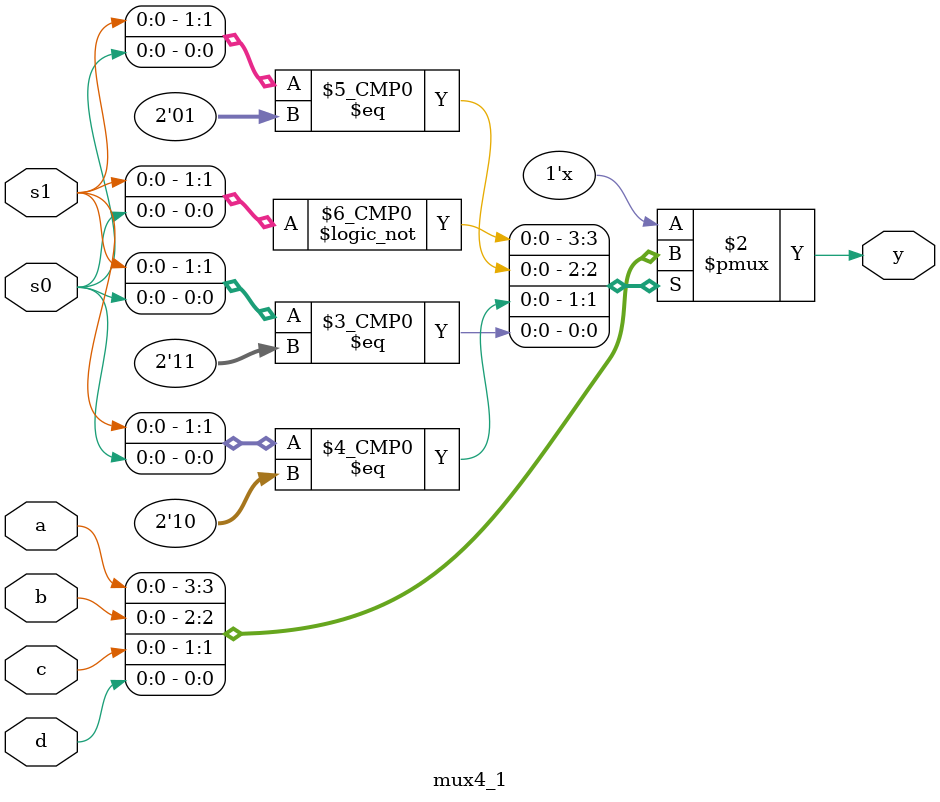
<source format=v>
module mux4_1(a, b, c, d, s0, s1, y);
  input a, b, c, d;
  input s0, s1;
  output reg y;

  always @(*) begin
    case ({s1, s0})
      2'b00: y = a;
      2'b01: y = b;
      2'b10: y = c;
      2'b11: y = d;
    endcase
  end
endmodule

</source>
